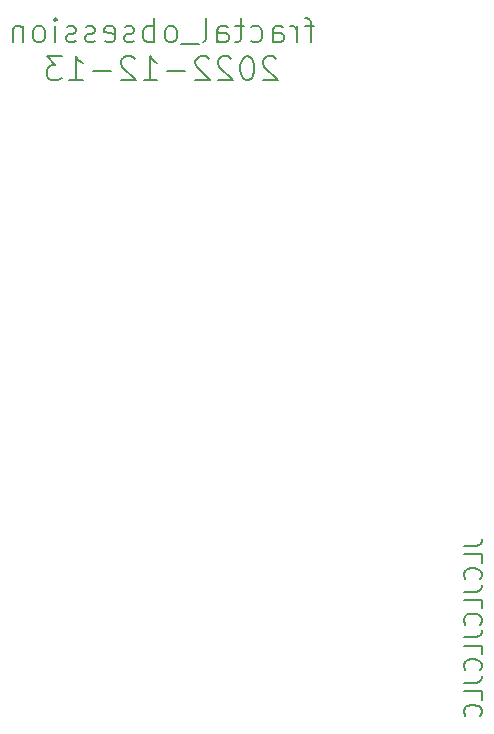
<source format=gbo>
G04 #@! TF.GenerationSoftware,KiCad,Pcbnew,(6.0.9)*
G04 #@! TF.CreationDate,2022-12-13T22:51:58+01:00*
G04 #@! TF.ProjectId,filter-face,66696c74-6572-42d6-9661-63652e6b6963,rev?*
G04 #@! TF.SameCoordinates,Original*
G04 #@! TF.FileFunction,Legend,Bot*
G04 #@! TF.FilePolarity,Positive*
%FSLAX46Y46*%
G04 Gerber Fmt 4.6, Leading zero omitted, Abs format (unit mm)*
G04 Created by KiCad (PCBNEW (6.0.9)) date 2022-12-13 22:51:58*
%MOMM*%
%LPD*%
G01*
G04 APERTURE LIST*
%ADD10C,0.150000*%
G04 APERTURE END LIST*
D10*
X63604761Y-26061428D02*
X62842857Y-26061428D01*
X63319047Y-27394761D02*
X63319047Y-25680476D01*
X63223809Y-25490000D01*
X63033333Y-25394761D01*
X62842857Y-25394761D01*
X62176190Y-27394761D02*
X62176190Y-26061428D01*
X62176190Y-26442380D02*
X62080952Y-26251904D01*
X61985714Y-26156666D01*
X61795238Y-26061428D01*
X61604761Y-26061428D01*
X60080952Y-27394761D02*
X60080952Y-26347142D01*
X60176190Y-26156666D01*
X60366666Y-26061428D01*
X60747619Y-26061428D01*
X60938095Y-26156666D01*
X60080952Y-27299523D02*
X60271428Y-27394761D01*
X60747619Y-27394761D01*
X60938095Y-27299523D01*
X61033333Y-27109047D01*
X61033333Y-26918571D01*
X60938095Y-26728095D01*
X60747619Y-26632857D01*
X60271428Y-26632857D01*
X60080952Y-26537619D01*
X58271428Y-27299523D02*
X58461904Y-27394761D01*
X58842857Y-27394761D01*
X59033333Y-27299523D01*
X59128571Y-27204285D01*
X59223809Y-27013809D01*
X59223809Y-26442380D01*
X59128571Y-26251904D01*
X59033333Y-26156666D01*
X58842857Y-26061428D01*
X58461904Y-26061428D01*
X58271428Y-26156666D01*
X57700000Y-26061428D02*
X56938095Y-26061428D01*
X57414285Y-25394761D02*
X57414285Y-27109047D01*
X57319047Y-27299523D01*
X57128571Y-27394761D01*
X56938095Y-27394761D01*
X55414285Y-27394761D02*
X55414285Y-26347142D01*
X55509523Y-26156666D01*
X55700000Y-26061428D01*
X56080952Y-26061428D01*
X56271428Y-26156666D01*
X55414285Y-27299523D02*
X55604761Y-27394761D01*
X56080952Y-27394761D01*
X56271428Y-27299523D01*
X56366666Y-27109047D01*
X56366666Y-26918571D01*
X56271428Y-26728095D01*
X56080952Y-26632857D01*
X55604761Y-26632857D01*
X55414285Y-26537619D01*
X54176190Y-27394761D02*
X54366666Y-27299523D01*
X54461904Y-27109047D01*
X54461904Y-25394761D01*
X53890476Y-27585238D02*
X52366666Y-27585238D01*
X51604761Y-27394761D02*
X51795238Y-27299523D01*
X51890476Y-27204285D01*
X51985714Y-27013809D01*
X51985714Y-26442380D01*
X51890476Y-26251904D01*
X51795238Y-26156666D01*
X51604761Y-26061428D01*
X51319047Y-26061428D01*
X51128571Y-26156666D01*
X51033333Y-26251904D01*
X50938095Y-26442380D01*
X50938095Y-27013809D01*
X51033333Y-27204285D01*
X51128571Y-27299523D01*
X51319047Y-27394761D01*
X51604761Y-27394761D01*
X50080952Y-27394761D02*
X50080952Y-25394761D01*
X50080952Y-26156666D02*
X49890476Y-26061428D01*
X49509523Y-26061428D01*
X49319047Y-26156666D01*
X49223809Y-26251904D01*
X49128571Y-26442380D01*
X49128571Y-27013809D01*
X49223809Y-27204285D01*
X49319047Y-27299523D01*
X49509523Y-27394761D01*
X49890476Y-27394761D01*
X50080952Y-27299523D01*
X48366666Y-27299523D02*
X48176190Y-27394761D01*
X47795238Y-27394761D01*
X47604761Y-27299523D01*
X47509523Y-27109047D01*
X47509523Y-27013809D01*
X47604761Y-26823333D01*
X47795238Y-26728095D01*
X48080952Y-26728095D01*
X48271428Y-26632857D01*
X48366666Y-26442380D01*
X48366666Y-26347142D01*
X48271428Y-26156666D01*
X48080952Y-26061428D01*
X47795238Y-26061428D01*
X47604761Y-26156666D01*
X45890476Y-27299523D02*
X46080952Y-27394761D01*
X46461904Y-27394761D01*
X46652380Y-27299523D01*
X46747619Y-27109047D01*
X46747619Y-26347142D01*
X46652380Y-26156666D01*
X46461904Y-26061428D01*
X46080952Y-26061428D01*
X45890476Y-26156666D01*
X45795238Y-26347142D01*
X45795238Y-26537619D01*
X46747619Y-26728095D01*
X45033333Y-27299523D02*
X44842857Y-27394761D01*
X44461904Y-27394761D01*
X44271428Y-27299523D01*
X44176190Y-27109047D01*
X44176190Y-27013809D01*
X44271428Y-26823333D01*
X44461904Y-26728095D01*
X44747619Y-26728095D01*
X44938095Y-26632857D01*
X45033333Y-26442380D01*
X45033333Y-26347142D01*
X44938095Y-26156666D01*
X44747619Y-26061428D01*
X44461904Y-26061428D01*
X44271428Y-26156666D01*
X43414285Y-27299523D02*
X43223809Y-27394761D01*
X42842857Y-27394761D01*
X42652380Y-27299523D01*
X42557142Y-27109047D01*
X42557142Y-27013809D01*
X42652380Y-26823333D01*
X42842857Y-26728095D01*
X43128571Y-26728095D01*
X43319047Y-26632857D01*
X43414285Y-26442380D01*
X43414285Y-26347142D01*
X43319047Y-26156666D01*
X43128571Y-26061428D01*
X42842857Y-26061428D01*
X42652380Y-26156666D01*
X41700000Y-27394761D02*
X41700000Y-26061428D01*
X41700000Y-25394761D02*
X41795238Y-25490000D01*
X41700000Y-25585238D01*
X41604761Y-25490000D01*
X41700000Y-25394761D01*
X41700000Y-25585238D01*
X40461904Y-27394761D02*
X40652380Y-27299523D01*
X40747619Y-27204285D01*
X40842857Y-27013809D01*
X40842857Y-26442380D01*
X40747619Y-26251904D01*
X40652380Y-26156666D01*
X40461904Y-26061428D01*
X40176190Y-26061428D01*
X39985714Y-26156666D01*
X39890476Y-26251904D01*
X39795238Y-26442380D01*
X39795238Y-27013809D01*
X39890476Y-27204285D01*
X39985714Y-27299523D01*
X40176190Y-27394761D01*
X40461904Y-27394761D01*
X38938095Y-26061428D02*
X38938095Y-27394761D01*
X38938095Y-26251904D02*
X38842857Y-26156666D01*
X38652380Y-26061428D01*
X38366666Y-26061428D01*
X38176190Y-26156666D01*
X38080952Y-26347142D01*
X38080952Y-27394761D01*
X60414285Y-28805238D02*
X60319047Y-28710000D01*
X60128571Y-28614761D01*
X59652380Y-28614761D01*
X59461904Y-28710000D01*
X59366666Y-28805238D01*
X59271428Y-28995714D01*
X59271428Y-29186190D01*
X59366666Y-29471904D01*
X60509523Y-30614761D01*
X59271428Y-30614761D01*
X58033333Y-28614761D02*
X57842857Y-28614761D01*
X57652380Y-28710000D01*
X57557142Y-28805238D01*
X57461904Y-28995714D01*
X57366666Y-29376666D01*
X57366666Y-29852857D01*
X57461904Y-30233809D01*
X57557142Y-30424285D01*
X57652380Y-30519523D01*
X57842857Y-30614761D01*
X58033333Y-30614761D01*
X58223809Y-30519523D01*
X58319047Y-30424285D01*
X58414285Y-30233809D01*
X58509523Y-29852857D01*
X58509523Y-29376666D01*
X58414285Y-28995714D01*
X58319047Y-28805238D01*
X58223809Y-28710000D01*
X58033333Y-28614761D01*
X56604761Y-28805238D02*
X56509523Y-28710000D01*
X56319047Y-28614761D01*
X55842857Y-28614761D01*
X55652380Y-28710000D01*
X55557142Y-28805238D01*
X55461904Y-28995714D01*
X55461904Y-29186190D01*
X55557142Y-29471904D01*
X56700000Y-30614761D01*
X55461904Y-30614761D01*
X54700000Y-28805238D02*
X54604761Y-28710000D01*
X54414285Y-28614761D01*
X53938095Y-28614761D01*
X53747619Y-28710000D01*
X53652380Y-28805238D01*
X53557142Y-28995714D01*
X53557142Y-29186190D01*
X53652380Y-29471904D01*
X54795238Y-30614761D01*
X53557142Y-30614761D01*
X52700000Y-29852857D02*
X51176190Y-29852857D01*
X49176190Y-30614761D02*
X50319047Y-30614761D01*
X49747619Y-30614761D02*
X49747619Y-28614761D01*
X49938095Y-28900476D01*
X50128571Y-29090952D01*
X50319047Y-29186190D01*
X48414285Y-28805238D02*
X48319047Y-28710000D01*
X48128571Y-28614761D01*
X47652380Y-28614761D01*
X47461904Y-28710000D01*
X47366666Y-28805238D01*
X47271428Y-28995714D01*
X47271428Y-29186190D01*
X47366666Y-29471904D01*
X48509523Y-30614761D01*
X47271428Y-30614761D01*
X46414285Y-29852857D02*
X44890476Y-29852857D01*
X42890476Y-30614761D02*
X44033333Y-30614761D01*
X43461904Y-30614761D02*
X43461904Y-28614761D01*
X43652380Y-28900476D01*
X43842857Y-29090952D01*
X44033333Y-29186190D01*
X42223809Y-28614761D02*
X40985714Y-28614761D01*
X41652380Y-29376666D01*
X41366666Y-29376666D01*
X41176190Y-29471904D01*
X41080952Y-29567142D01*
X40985714Y-29757619D01*
X40985714Y-30233809D01*
X41080952Y-30424285D01*
X41176190Y-30519523D01*
X41366666Y-30614761D01*
X41938095Y-30614761D01*
X42128571Y-30519523D01*
X42223809Y-30424285D01*
X76278571Y-70071428D02*
X77350000Y-70071428D01*
X77564285Y-70000000D01*
X77707142Y-69857142D01*
X77778571Y-69642857D01*
X77778571Y-69500000D01*
X77778571Y-71500000D02*
X77778571Y-70785714D01*
X76278571Y-70785714D01*
X77635714Y-72857142D02*
X77707142Y-72785714D01*
X77778571Y-72571428D01*
X77778571Y-72428571D01*
X77707142Y-72214285D01*
X77564285Y-72071428D01*
X77421428Y-72000000D01*
X77135714Y-71928571D01*
X76921428Y-71928571D01*
X76635714Y-72000000D01*
X76492857Y-72071428D01*
X76350000Y-72214285D01*
X76278571Y-72428571D01*
X76278571Y-72571428D01*
X76350000Y-72785714D01*
X76421428Y-72857142D01*
X76278571Y-73928571D02*
X77350000Y-73928571D01*
X77564285Y-73857142D01*
X77707142Y-73714285D01*
X77778571Y-73500000D01*
X77778571Y-73357142D01*
X77778571Y-75357142D02*
X77778571Y-74642857D01*
X76278571Y-74642857D01*
X77635714Y-76714285D02*
X77707142Y-76642857D01*
X77778571Y-76428571D01*
X77778571Y-76285714D01*
X77707142Y-76071428D01*
X77564285Y-75928571D01*
X77421428Y-75857142D01*
X77135714Y-75785714D01*
X76921428Y-75785714D01*
X76635714Y-75857142D01*
X76492857Y-75928571D01*
X76350000Y-76071428D01*
X76278571Y-76285714D01*
X76278571Y-76428571D01*
X76350000Y-76642857D01*
X76421428Y-76714285D01*
X76278571Y-77785714D02*
X77350000Y-77785714D01*
X77564285Y-77714285D01*
X77707142Y-77571428D01*
X77778571Y-77357142D01*
X77778571Y-77214285D01*
X77778571Y-79214285D02*
X77778571Y-78500000D01*
X76278571Y-78500000D01*
X77635714Y-80571428D02*
X77707142Y-80500000D01*
X77778571Y-80285714D01*
X77778571Y-80142857D01*
X77707142Y-79928571D01*
X77564285Y-79785714D01*
X77421428Y-79714285D01*
X77135714Y-79642857D01*
X76921428Y-79642857D01*
X76635714Y-79714285D01*
X76492857Y-79785714D01*
X76350000Y-79928571D01*
X76278571Y-80142857D01*
X76278571Y-80285714D01*
X76350000Y-80500000D01*
X76421428Y-80571428D01*
X76278571Y-81642857D02*
X77350000Y-81642857D01*
X77564285Y-81571428D01*
X77707142Y-81428571D01*
X77778571Y-81214285D01*
X77778571Y-81071428D01*
X77778571Y-83071428D02*
X77778571Y-82357142D01*
X76278571Y-82357142D01*
X77635714Y-84428571D02*
X77707142Y-84357142D01*
X77778571Y-84142857D01*
X77778571Y-84000000D01*
X77707142Y-83785714D01*
X77564285Y-83642857D01*
X77421428Y-83571428D01*
X77135714Y-83500000D01*
X76921428Y-83500000D01*
X76635714Y-83571428D01*
X76492857Y-83642857D01*
X76350000Y-83785714D01*
X76278571Y-84000000D01*
X76278571Y-84142857D01*
X76350000Y-84357142D01*
X76421428Y-84428571D01*
%LPC*%
M02*

</source>
